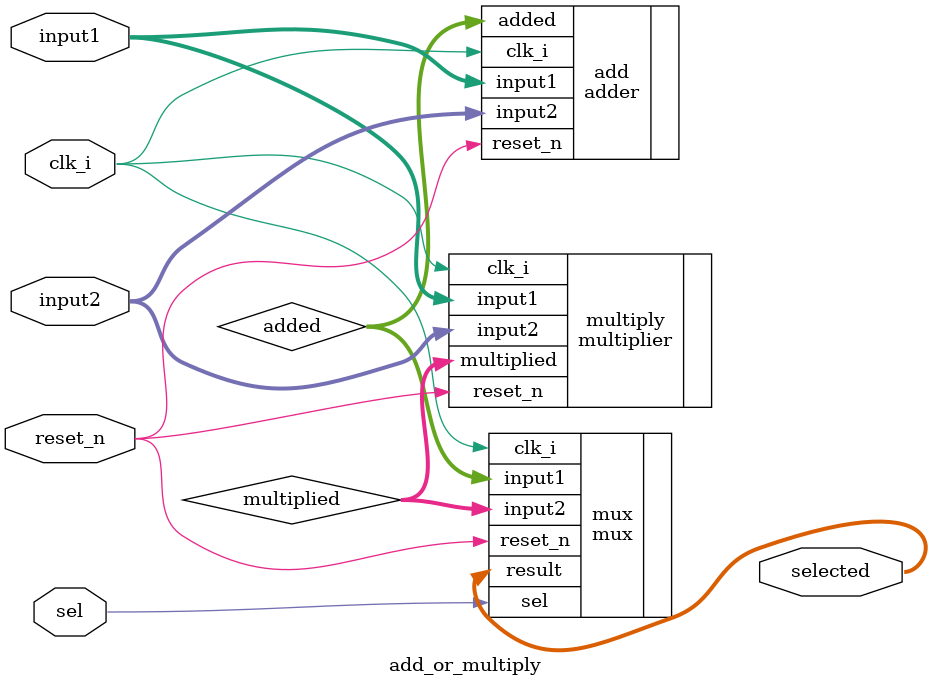
<source format=v>
module add_or_multiply(
    input        reset_n,
    input        clk_i,
	input        sel,
	input  [3:0] input1,
	input  [3:0] input2,
	output [7:0] selected
);

wire [7:0] added;
wire [7:0] multiplied;

adder add(
    .reset_n(reset_n),
    .clk_i(clk_i),
	.input1(input1),
	.input2(input2),
	.added(added)
);

multiplier multiply(
    .reset_n(reset_n),
    .clk_i(clk_i),
	.input1(input1),
	.input2(input2),
	.multiplied(multiplied)
);

mux mux(
    .reset_n(reset_n),
    .clk_i(clk_i),
    .sel(sel),
	.input1(added),
	.input2(multiplied),
    .result(selected)
);

endmodule
</source>
